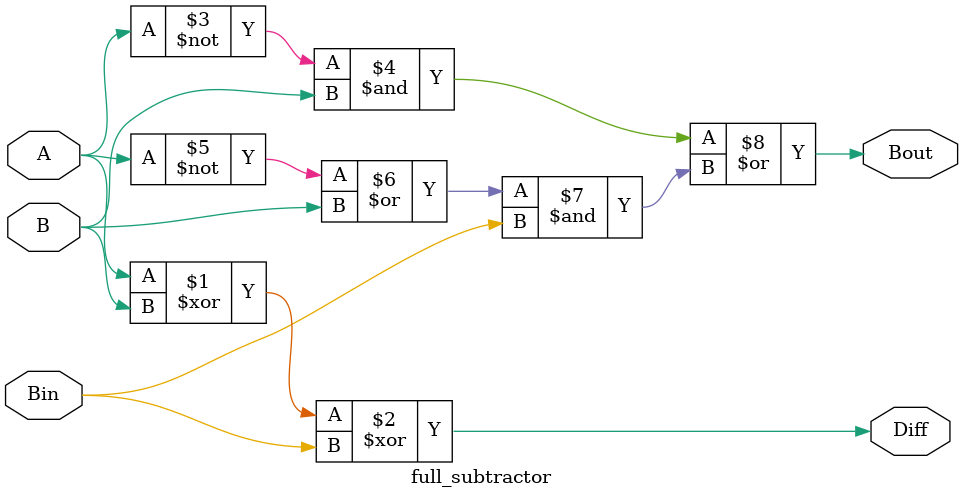
<source format=sv>
module full_subtractor(input logic A, input logic B, input logic Bin, output logic Diff, output logic Bout);
    assign Diff = A ^ B ^ Bin;
    assign Bout = (~A & B) | ((~A | B) & Bin);
endmodule

</source>
